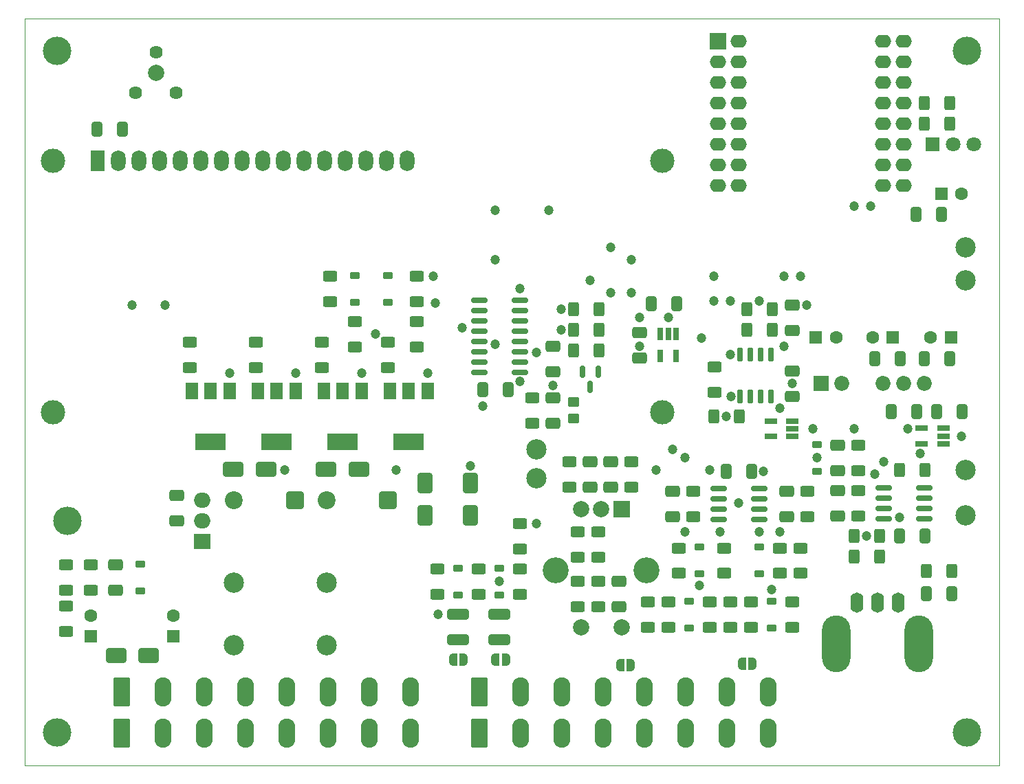
<source format=gbr>
%TF.GenerationSoftware,KiCad,Pcbnew,7.0.7*%
%TF.CreationDate,2023-11-21T19:35:23-10:00*%
%TF.ProjectId,Controller,436f6e74-726f-46c6-9c65-722e6b696361,New*%
%TF.SameCoordinates,Original*%
%TF.FileFunction,Soldermask,Bot*%
%TF.FilePolarity,Negative*%
%FSLAX46Y46*%
G04 Gerber Fmt 4.6, Leading zero omitted, Abs format (unit mm)*
G04 Created by KiCad (PCBNEW 7.0.7) date 2023-11-21 19:35:23*
%MOMM*%
%LPD*%
G01*
G04 APERTURE LIST*
G04 Aperture macros list*
%AMRoundRect*
0 Rectangle with rounded corners*
0 $1 Rounding radius*
0 $2 $3 $4 $5 $6 $7 $8 $9 X,Y pos of 4 corners*
0 Add a 4 corners polygon primitive as box body*
4,1,4,$2,$3,$4,$5,$6,$7,$8,$9,$2,$3,0*
0 Add four circle primitives for the rounded corners*
1,1,$1+$1,$2,$3*
1,1,$1+$1,$4,$5*
1,1,$1+$1,$6,$7*
1,1,$1+$1,$8,$9*
0 Add four rect primitives between the rounded corners*
20,1,$1+$1,$2,$3,$4,$5,0*
20,1,$1+$1,$4,$5,$6,$7,0*
20,1,$1+$1,$6,$7,$8,$9,0*
20,1,$1+$1,$8,$9,$2,$3,0*%
%AMFreePoly0*
4,1,19,0.500000,-0.750000,0.000000,-0.750000,0.000000,-0.744911,-0.071157,-0.744911,-0.207708,-0.704816,-0.327430,-0.627875,-0.420627,-0.520320,-0.479746,-0.390866,-0.500000,-0.250000,-0.500000,0.250000,-0.479746,0.390866,-0.420627,0.520320,-0.327430,0.627875,-0.207708,0.704816,-0.071157,0.744911,0.000000,0.744911,0.000000,0.750000,0.500000,0.750000,0.500000,-0.750000,0.500000,-0.750000,
$1*%
%AMFreePoly1*
4,1,19,0.000000,0.744911,0.071157,0.744911,0.207708,0.704816,0.327430,0.627875,0.420627,0.520320,0.479746,0.390866,0.500000,0.250000,0.500000,-0.250000,0.479746,-0.390866,0.420627,-0.520320,0.327430,-0.627875,0.207708,-0.704816,0.071157,-0.744911,0.000000,-0.744911,0.000000,-0.750000,-0.500000,-0.750000,-0.500000,0.750000,0.000000,0.750000,0.000000,0.744911,0.000000,0.744911,
$1*%
G04 Aperture macros list end*
%ADD10RoundRect,0.250000X-0.625000X0.400000X-0.625000X-0.400000X0.625000X-0.400000X0.625000X0.400000X0*%
%ADD11R,1.600000X1.600000*%
%ADD12C,1.600000*%
%ADD13C,1.800000*%
%ADD14R,1.800000X1.800000*%
%ADD15RoundRect,0.250000X0.400000X0.625000X-0.400000X0.625000X-0.400000X-0.625000X0.400000X-0.625000X0*%
%ADD16RoundRect,0.250000X-0.400000X-0.625000X0.400000X-0.625000X0.400000X0.625000X-0.400000X0.625000X0*%
%ADD17C,2.500000*%
%ADD18RoundRect,0.150000X-0.825000X-0.150000X0.825000X-0.150000X0.825000X0.150000X-0.825000X0.150000X0*%
%ADD19RoundRect,0.150000X-0.150000X0.587500X-0.150000X-0.587500X0.150000X-0.587500X0.150000X0.587500X0*%
%ADD20RoundRect,0.250000X0.650000X-0.412500X0.650000X0.412500X-0.650000X0.412500X-0.650000X-0.412500X0*%
%ADD21RoundRect,0.341000X-0.759000X0.759000X-0.759000X-0.759000X0.759000X-0.759000X0.759000X0.759000X0*%
%ADD22C,2.200000*%
%ADD23C,3.500000*%
%ADD24O,3.500000X3.500000*%
%ADD25R,2.000000X1.905000*%
%ADD26O,2.000000X1.905000*%
%ADD27O,1.600000X2.500000*%
%ADD28O,3.500000X7.000000*%
%ADD29RoundRect,0.249997X-0.790003X-1.550003X0.790003X-1.550003X0.790003X1.550003X-0.790003X1.550003X0*%
%ADD30O,2.080000X3.600000*%
%ADD31C,3.000000*%
%ADD32R,1.800000X2.600000*%
%ADD33O,1.800000X2.600000*%
%ADD34R,1.850000X1.850000*%
%ADD35C,1.850000*%
%ADD36R,2.000000X2.000000*%
%ADD37O,2.000000X1.600000*%
%ADD38C,2.000000*%
%ADD39C,3.200000*%
%ADD40C,1.620000*%
%ADD41RoundRect,0.250000X0.625000X-0.400000X0.625000X0.400000X-0.625000X0.400000X-0.625000X-0.400000X0*%
%ADD42RoundRect,0.250000X-0.650000X0.412500X-0.650000X-0.412500X0.650000X-0.412500X0.650000X0.412500X0*%
%ADD43R,1.500000X2.000000*%
%ADD44R,3.800000X2.000000*%
%ADD45RoundRect,0.250000X0.412500X0.650000X-0.412500X0.650000X-0.412500X-0.650000X0.412500X-0.650000X0*%
%ADD46RoundRect,0.250000X1.000000X0.650000X-1.000000X0.650000X-1.000000X-0.650000X1.000000X-0.650000X0*%
%ADD47RoundRect,0.250000X-1.000000X-0.650000X1.000000X-0.650000X1.000000X0.650000X-1.000000X0.650000X0*%
%ADD48RoundRect,0.250000X0.650000X-1.000000X0.650000X1.000000X-0.650000X1.000000X-0.650000X-1.000000X0*%
%ADD49RoundRect,0.225000X-0.375000X0.225000X-0.375000X-0.225000X0.375000X-0.225000X0.375000X0.225000X0*%
%ADD50RoundRect,0.225000X0.375000X-0.225000X0.375000X0.225000X-0.375000X0.225000X-0.375000X-0.225000X0*%
%ADD51RoundRect,0.250000X-1.075000X0.400000X-1.075000X-0.400000X1.075000X-0.400000X1.075000X0.400000X0*%
%ADD52FreePoly0,180.000000*%
%ADD53FreePoly1,180.000000*%
%ADD54RoundRect,0.250000X-0.412500X-0.650000X0.412500X-0.650000X0.412500X0.650000X-0.412500X0.650000X0*%
%ADD55RoundRect,0.150000X0.825000X0.150000X-0.825000X0.150000X-0.825000X-0.150000X0.825000X-0.150000X0*%
%ADD56R,1.560000X0.650000*%
%ADD57RoundRect,0.150000X0.150000X-0.725000X0.150000X0.725000X-0.150000X0.725000X-0.150000X-0.725000X0*%
%ADD58R,0.650000X1.560000*%
%ADD59RoundRect,0.250000X0.450000X-0.350000X0.450000X0.350000X-0.450000X0.350000X-0.450000X-0.350000X0*%
%ADD60C,1.200000*%
%TA.AperFunction,Profile*%
%ADD61C,0.050000*%
%TD*%
G04 APERTURE END LIST*
D10*
%TO.C,R13*%
X128524000Y-127482000D03*
X128524000Y-130582000D03*
%TD*%
D11*
%TO.C,C3*%
X154472000Y-77216000D03*
D12*
X156972000Y-77216000D03*
%TD*%
D13*
%TO.C,D16*%
X158496000Y-71120000D03*
X155956000Y-71120000D03*
D14*
X153416000Y-71120000D03*
%TD*%
D15*
%TO.C,R53*%
X155474000Y-66040000D03*
X152374000Y-66040000D03*
%TD*%
D16*
%TO.C,R52*%
X152374000Y-68580000D03*
X155474000Y-68580000D03*
%TD*%
D17*
%TO.C,TP2*%
X157480000Y-116840000D03*
%TD*%
D18*
%TO.C,U10*%
X97601000Y-99187000D03*
X97601000Y-97917000D03*
X97601000Y-96647000D03*
X97601000Y-95377000D03*
X97601000Y-94107000D03*
X97601000Y-92837000D03*
X97601000Y-91567000D03*
X97601000Y-90297000D03*
X102551000Y-90297000D03*
X102551000Y-91567000D03*
X102551000Y-92837000D03*
X102551000Y-94107000D03*
X102551000Y-95377000D03*
X102551000Y-96647000D03*
X102551000Y-97917000D03*
X102551000Y-99187000D03*
%TD*%
D19*
%TO.C,U9*%
X110302000Y-99138500D03*
X112202000Y-99138500D03*
X111252000Y-101013500D03*
%TD*%
D16*
%TO.C,R26*%
X109194000Y-91440000D03*
X112294000Y-91440000D03*
%TD*%
%TO.C,R28*%
X112294000Y-93980000D03*
X109194000Y-93980000D03*
%TD*%
D15*
%TO.C,R27*%
X112294000Y-96520000D03*
X109194000Y-96520000D03*
%TD*%
D20*
%TO.C,C23*%
X106680000Y-99098500D03*
X106680000Y-95973500D03*
%TD*%
D17*
%TO.C,TP4*%
X104648000Y-108712000D03*
%TD*%
%TO.C,TP1*%
X157480000Y-87884000D03*
%TD*%
%TO.C,TP3*%
X157480000Y-111252000D03*
%TD*%
%TO.C,TP5*%
X104648000Y-112268000D03*
%TD*%
%TO.C,TP0*%
X157480000Y-83820000D03*
%TD*%
D21*
%TO.C,K1*%
X74930000Y-114935000D03*
D17*
X67330000Y-125135000D03*
X67330000Y-132835000D03*
D22*
X67330000Y-114935000D03*
%TD*%
D21*
%TO.C,K2*%
X86360000Y-114935000D03*
D17*
X78760000Y-125135000D03*
X78760000Y-132835000D03*
D22*
X78760000Y-114935000D03*
%TD*%
D23*
%TO.C,H4*%
X45600000Y-143600000D03*
%TD*%
%TO.C,H3*%
X157600000Y-143600000D03*
%TD*%
%TO.C,H1*%
X45600000Y-59600000D03*
%TD*%
%TO.C,H2*%
X157600000Y-59600000D03*
%TD*%
D24*
%TO.C,U2*%
X46840000Y-117475000D03*
D25*
X63500000Y-120015000D03*
D26*
X63500000Y-117475000D03*
X63500000Y-114935000D03*
%TD*%
D27*
%TO.C,J3*%
X146600000Y-127600000D03*
D28*
X151680000Y-132680000D03*
D27*
X149140000Y-127600000D03*
X144060000Y-127600000D03*
D28*
X141520000Y-132680000D03*
%TD*%
D29*
%TO.C,J1*%
X53600000Y-138600000D03*
X53600000Y-143680000D03*
D30*
X58680000Y-138600000D03*
X58680000Y-143680000D03*
X63760000Y-138600000D03*
X63760000Y-143680000D03*
X68840000Y-138600000D03*
X68840000Y-143680000D03*
X73920000Y-138600000D03*
X73920000Y-143680000D03*
X79000000Y-138600000D03*
X79000000Y-143680000D03*
X84080000Y-138600000D03*
X84080000Y-143680000D03*
X89160000Y-138600000D03*
X89160000Y-143680000D03*
%TD*%
D29*
%TO.C,J2*%
X97600000Y-138600000D03*
X97600000Y-143680000D03*
D30*
X102680000Y-138600000D03*
X102680000Y-143680000D03*
X107760000Y-138600000D03*
X107760000Y-143680000D03*
X112840000Y-138600000D03*
X112840000Y-143680000D03*
X117920000Y-138600000D03*
X117920000Y-143680000D03*
X123000000Y-138600000D03*
X123000000Y-143680000D03*
X128080000Y-138600000D03*
X128080000Y-143680000D03*
X133160000Y-138600000D03*
X133160000Y-143680000D03*
%TD*%
D31*
%TO.C,DS1*%
X45100900Y-73100000D03*
X45100900Y-104100700D03*
X120099480Y-104100700D03*
X120100000Y-73100000D03*
D32*
X50600000Y-73100000D03*
D33*
X53140000Y-73100000D03*
X55680000Y-73100000D03*
X58220000Y-73100000D03*
X60760000Y-73100000D03*
X63300000Y-73100000D03*
X65840000Y-73100000D03*
X68380000Y-73100000D03*
X70920000Y-73100000D03*
X73460000Y-73100000D03*
X76000000Y-73100000D03*
X78540000Y-73100000D03*
X81080000Y-73100000D03*
X83620000Y-73100000D03*
X86160000Y-73100000D03*
X88700000Y-73100000D03*
%TD*%
D11*
%TO.C,C8*%
X155637113Y-94867000D03*
D12*
X153137113Y-94867000D03*
%TD*%
D11*
%TO.C,C2*%
X49784000Y-131708651D03*
D12*
X49784000Y-129208651D03*
%TD*%
D34*
%TO.C,PS1*%
X139700000Y-100584000D03*
D35*
X142240000Y-100584000D03*
X147320000Y-100584000D03*
X149860000Y-100584000D03*
X152400000Y-100584000D03*
%TD*%
D11*
%TO.C,C7*%
X139025621Y-94867000D03*
D12*
X141525621Y-94867000D03*
%TD*%
D11*
%TO.C,C9*%
X148502380Y-94867000D03*
D12*
X146002380Y-94867000D03*
%TD*%
D11*
%TO.C,C1*%
X59944000Y-131708651D03*
D12*
X59944000Y-129208651D03*
%TD*%
D36*
%TO.C,U1*%
X127000000Y-58420000D03*
D37*
X127000000Y-60960000D03*
X127000000Y-63500000D03*
X127000000Y-66040000D03*
X127000000Y-68580000D03*
X127000000Y-71120000D03*
X127000000Y-73660000D03*
X127000000Y-76200000D03*
X149860000Y-76200000D03*
X149860000Y-73660000D03*
X149860000Y-71120000D03*
X149860000Y-68580000D03*
X149860000Y-66040000D03*
X149860000Y-63500000D03*
X149860000Y-60960000D03*
X149860000Y-58420000D03*
X129540000Y-58420000D03*
X129540000Y-60960000D03*
X129540000Y-63500000D03*
X129540000Y-66040000D03*
X129540000Y-68580000D03*
X129540000Y-71120000D03*
X129540000Y-73660000D03*
X129540000Y-76200000D03*
X147320000Y-76200000D03*
X147320000Y-73660000D03*
X147320000Y-71120000D03*
X147320000Y-68580000D03*
X147320000Y-66040000D03*
X147320000Y-63500000D03*
X147320000Y-60960000D03*
X147320000Y-58420000D03*
%TD*%
D38*
%TO.C,S1*%
X115100000Y-130600000D03*
X110100000Y-130600000D03*
D39*
X107000000Y-123600000D03*
X118200000Y-123600000D03*
D38*
X112600000Y-116100000D03*
X110100000Y-116100000D03*
D36*
X115100000Y-116100000D03*
%TD*%
D38*
%TO.C,R51*%
X57785000Y-62270000D03*
D40*
X60285000Y-64770000D03*
X57785000Y-59770000D03*
X55285000Y-64770000D03*
%TD*%
D41*
%TO.C,R47*%
X109728000Y-128042000D03*
X109728000Y-124942000D03*
%TD*%
D42*
%TO.C,C29*%
X111252000Y-110197500D03*
X111252000Y-113322500D03*
%TD*%
%TO.C,C30*%
X113792000Y-110197500D03*
X113792000Y-113322500D03*
%TD*%
%TO.C,C31*%
X114808000Y-124929500D03*
X114808000Y-128054500D03*
%TD*%
D10*
%TO.C,R48*%
X116332000Y-110210000D03*
X116332000Y-113310000D03*
%TD*%
%TO.C,R49*%
X108712000Y-110210000D03*
X108712000Y-113310000D03*
%TD*%
D41*
%TO.C,R50*%
X112268000Y-128042000D03*
X112268000Y-124942000D03*
%TD*%
D43*
%TO.C,Q1*%
X62216000Y-101498000D03*
X64516000Y-101498000D03*
D44*
X64516000Y-107798000D03*
D43*
X66816000Y-101498000D03*
%TD*%
D45*
%TO.C,C5*%
X53632500Y-69215000D03*
X50507500Y-69215000D03*
%TD*%
D46*
%TO.C,D1*%
X56864000Y-134112000D03*
X52864000Y-134112000D03*
%TD*%
D42*
%TO.C,C4*%
X60325000Y-114350000D03*
X60325000Y-117475000D03*
%TD*%
D43*
%TO.C,Q3*%
X78472000Y-101498000D03*
X80772000Y-101498000D03*
D44*
X80772000Y-107798000D03*
D43*
X83072000Y-101498000D03*
%TD*%
D47*
%TO.C,D2*%
X67310000Y-111125000D03*
X71310000Y-111125000D03*
%TD*%
D48*
%TO.C,D4*%
X90932000Y-116808000D03*
X90932000Y-112808000D03*
%TD*%
D41*
%TO.C,R12*%
X122174000Y-120852000D03*
X122174000Y-123952000D03*
%TD*%
%TO.C,R18*%
X127762000Y-123952000D03*
X127762000Y-120852000D03*
%TD*%
%TO.C,R17*%
X118364000Y-130582000D03*
X118364000Y-127482000D03*
%TD*%
D49*
%TO.C,D8*%
X94996000Y-123344000D03*
X94996000Y-126644000D03*
%TD*%
D50*
%TO.C,D11*%
X123444000Y-130682000D03*
X123444000Y-127382000D03*
%TD*%
D49*
%TO.C,D10*%
X124714000Y-124052000D03*
X124714000Y-120752000D03*
%TD*%
D41*
%TO.C,R22*%
X138010500Y-116993000D03*
X138010500Y-113893000D03*
%TD*%
D10*
%TO.C,R33*%
X70104000Y-95478000D03*
X70104000Y-98578000D03*
%TD*%
D42*
%TO.C,C28*%
X135470500Y-113880500D03*
X135470500Y-117005500D03*
%TD*%
D10*
%TO.C,R34*%
X61976000Y-95478000D03*
X61976000Y-98578000D03*
%TD*%
%TO.C,R11*%
X120904000Y-127482000D03*
X120904000Y-130582000D03*
%TD*%
%TO.C,R45*%
X109728000Y-118846000D03*
X109728000Y-121946000D03*
%TD*%
%TO.C,R46*%
X112268000Y-118846000D03*
X112268000Y-121946000D03*
%TD*%
D41*
%TO.C,R39*%
X92456000Y-126544000D03*
X92456000Y-123444000D03*
%TD*%
D10*
%TO.C,R35*%
X97536000Y-123444000D03*
X97536000Y-126544000D03*
%TD*%
D49*
%TO.C,D9*%
X100076000Y-123344000D03*
X100076000Y-126644000D03*
%TD*%
D51*
%TO.C,R43*%
X94996000Y-129006000D03*
X94996000Y-132106000D03*
%TD*%
D41*
%TO.C,R15*%
X125984000Y-130582000D03*
X125984000Y-127482000D03*
%TD*%
D43*
%TO.C,Q4*%
X86600000Y-101498000D03*
X88900000Y-101498000D03*
D44*
X88900000Y-107798000D03*
D43*
X91200000Y-101498000D03*
%TD*%
D48*
%TO.C,D5*%
X96520000Y-116808000D03*
X96520000Y-112808000D03*
%TD*%
D42*
%TO.C,C10*%
X52832000Y-122897500D03*
X52832000Y-126022500D03*
%TD*%
D52*
%TO.C,JP3*%
X116220000Y-135255000D03*
D53*
X114920000Y-135255000D03*
%TD*%
D10*
%TO.C,R36*%
X102616000Y-123444000D03*
X102616000Y-126544000D03*
%TD*%
D52*
%TO.C,JP1*%
X95646000Y-134620000D03*
D53*
X94346000Y-134620000D03*
%TD*%
D52*
%TO.C,JP2*%
X100868000Y-134620000D03*
D53*
X99568000Y-134620000D03*
%TD*%
D43*
%TO.C,Q2*%
X70344000Y-101498000D03*
X72644000Y-101498000D03*
D44*
X72644000Y-107798000D03*
D43*
X74944000Y-101498000D03*
%TD*%
D41*
%TO.C,R25*%
X49784000Y-126010000D03*
X49784000Y-122910000D03*
%TD*%
D10*
%TO.C,R23*%
X46736000Y-127990000D03*
X46736000Y-131090000D03*
%TD*%
%TO.C,R24*%
X46736000Y-122910000D03*
X46736000Y-126010000D03*
%TD*%
D49*
%TO.C,D15*%
X55880000Y-122810000D03*
X55880000Y-126110000D03*
%TD*%
D51*
%TO.C,R44*%
X100076000Y-129006000D03*
X100076000Y-132106000D03*
%TD*%
D50*
%TO.C,D12*%
X132080000Y-124052000D03*
X132080000Y-120752000D03*
%TD*%
D47*
%TO.C,D3*%
X78740000Y-111125000D03*
X82740000Y-111125000D03*
%TD*%
D10*
%TO.C,R40*%
X102616000Y-117830000D03*
X102616000Y-120930000D03*
%TD*%
D20*
%TO.C,C12*%
X117282000Y-97400500D03*
X117282000Y-94275500D03*
%TD*%
D42*
%TO.C,C27*%
X121412000Y-113880500D03*
X121412000Y-117005500D03*
%TD*%
D54*
%TO.C,C6*%
X151345500Y-79756000D03*
X154470500Y-79756000D03*
%TD*%
D55*
%TO.C,U5*%
X152335000Y-113411000D03*
X152335000Y-114681000D03*
X152335000Y-115951000D03*
X152335000Y-117221000D03*
X147385000Y-117221000D03*
X147385000Y-115951000D03*
X147385000Y-114681000D03*
X147385000Y-113411000D03*
%TD*%
D41*
%TO.C,R19*%
X131064000Y-130582000D03*
X131064000Y-127482000D03*
%TD*%
D45*
%TO.C,C14*%
X149390500Y-97536000D03*
X146265500Y-97536000D03*
%TD*%
D10*
%TO.C,R38*%
X89916000Y-92938000D03*
X89916000Y-96038000D03*
%TD*%
D41*
%TO.C,R5*%
X144272000Y-116866000D03*
X144272000Y-113766000D03*
%TD*%
D45*
%TO.C,C16*%
X151461000Y-104011000D03*
X148336000Y-104011000D03*
%TD*%
D41*
%TO.C,R16*%
X136144000Y-130582000D03*
X136144000Y-127482000D03*
%TD*%
D45*
%TO.C,C19*%
X155740500Y-126492000D03*
X152615500Y-126492000D03*
%TD*%
D41*
%TO.C,R21*%
X123952000Y-116993000D03*
X123952000Y-113893000D03*
%TD*%
D10*
%TO.C,R42*%
X89916000Y-87350000D03*
X89916000Y-90450000D03*
%TD*%
D56*
%TO.C,U4*%
X154766000Y-106109000D03*
X154766000Y-107059000D03*
X154766000Y-108009000D03*
X152066000Y-108009000D03*
X152066000Y-106109000D03*
%TD*%
D52*
%TO.C,JP4*%
X131206000Y-135128000D03*
D53*
X129906000Y-135128000D03*
%TD*%
D41*
%TO.C,R29*%
X104140000Y-105436000D03*
X104140000Y-102336000D03*
%TD*%
D10*
%TO.C,R31*%
X78232000Y-95478000D03*
X78232000Y-98578000D03*
%TD*%
D45*
%TO.C,C25*%
X101130500Y-101346000D03*
X98005500Y-101346000D03*
%TD*%
D15*
%TO.C,R10*%
X133630000Y-93980000D03*
X130530000Y-93980000D03*
%TD*%
D55*
%TO.C,U8*%
X132015000Y-113538000D03*
X132015000Y-114808000D03*
X132015000Y-116078000D03*
X132015000Y-117348000D03*
X127065000Y-117348000D03*
X127065000Y-116078000D03*
X127065000Y-114808000D03*
X127065000Y-113538000D03*
%TD*%
D16*
%TO.C,R2*%
X149326000Y-111252000D03*
X152426000Y-111252000D03*
%TD*%
%TO.C,R3*%
X143738000Y-119380000D03*
X146838000Y-119380000D03*
%TD*%
D50*
%TO.C,D7*%
X86360000Y-90550000D03*
X86360000Y-87250000D03*
%TD*%
%TO.C,D6*%
X82296000Y-90550000D03*
X82296000Y-87250000D03*
%TD*%
D45*
%TO.C,C13*%
X155486500Y-97536000D03*
X152361500Y-97536000D03*
%TD*%
D10*
%TO.C,R37*%
X82296000Y-92938000D03*
X82296000Y-96038000D03*
%TD*%
D15*
%TO.C,R1*%
X155728000Y-123698000D03*
X152628000Y-123698000D03*
%TD*%
D50*
%TO.C,D13*%
X133604000Y-130682000D03*
X133604000Y-127382000D03*
%TD*%
D41*
%TO.C,R20*%
X137160000Y-123952000D03*
X137160000Y-120852000D03*
%TD*%
D15*
%TO.C,R9*%
X133630000Y-91440000D03*
X130530000Y-91440000D03*
%TD*%
D10*
%TO.C,R41*%
X79248000Y-87350000D03*
X79248000Y-90450000D03*
%TD*%
D57*
%TO.C,U7*%
X133477000Y-102143000D03*
X132207000Y-102143000D03*
X130937000Y-102143000D03*
X129667000Y-102143000D03*
X129667000Y-96993000D03*
X130937000Y-96993000D03*
X132207000Y-96993000D03*
X133477000Y-96993000D03*
%TD*%
D58*
%TO.C,U3*%
X119888000Y-94488000D03*
X120838000Y-94488000D03*
X121788000Y-94488000D03*
X121788000Y-97188000D03*
X119888000Y-97188000D03*
%TD*%
D42*
%TO.C,C21*%
X141732000Y-108165500D03*
X141732000Y-111290500D03*
%TD*%
D54*
%TO.C,C18*%
X149313500Y-119380000D03*
X152438500Y-119380000D03*
%TD*%
D20*
%TO.C,C17*%
X136144000Y-102146500D03*
X136144000Y-99021500D03*
%TD*%
D41*
%TO.C,R7*%
X126544000Y-101626000D03*
X126544000Y-98526000D03*
%TD*%
D20*
%TO.C,C22*%
X136144000Y-94018500D03*
X136144000Y-90893500D03*
%TD*%
D54*
%TO.C,C11*%
X118767500Y-90758000D03*
X121892500Y-90758000D03*
%TD*%
D59*
%TO.C,R30*%
X109220000Y-104886000D03*
X109220000Y-102886000D03*
%TD*%
D10*
%TO.C,R6*%
X144272000Y-108178000D03*
X144272000Y-111278000D03*
%TD*%
D20*
%TO.C,C24*%
X106680000Y-105448500D03*
X106680000Y-102323500D03*
%TD*%
D49*
%TO.C,D14*%
X139192000Y-108078000D03*
X139192000Y-111378000D03*
%TD*%
D10*
%TO.C,R14*%
X134620000Y-120852000D03*
X134620000Y-123952000D03*
%TD*%
D16*
%TO.C,R8*%
X126492000Y-104648000D03*
X129592000Y-104648000D03*
%TD*%
D56*
%TO.C,U6*%
X136144000Y-105222000D03*
X136144000Y-106172000D03*
X136144000Y-107122000D03*
X133444000Y-107122000D03*
X133444000Y-105222000D03*
%TD*%
D54*
%TO.C,C26*%
X127977500Y-111379000D03*
X131102500Y-111379000D03*
%TD*%
D10*
%TO.C,R32*%
X86360000Y-95478000D03*
X86360000Y-98578000D03*
%TD*%
D15*
%TO.C,R4*%
X146838000Y-121920000D03*
X143738000Y-121920000D03*
%TD*%
D42*
%TO.C,C20*%
X141732000Y-113753500D03*
X141732000Y-116878500D03*
%TD*%
D54*
%TO.C,C15*%
X153924000Y-104011000D03*
X157049000Y-104011000D03*
%TD*%
D60*
X145796000Y-78740000D03*
X143764000Y-78740000D03*
X107696000Y-91440000D03*
X107696000Y-93980000D03*
X99568000Y-95758000D03*
X95504000Y-93726000D03*
X106680000Y-100838000D03*
X104648000Y-96774000D03*
X98044000Y-103378000D03*
X99568000Y-85344000D03*
X138684000Y-106172000D03*
X136144000Y-100584000D03*
X128559000Y-102143000D03*
X156972000Y-107059000D03*
X139192000Y-109728000D03*
X120838000Y-92456000D03*
X91948000Y-87376000D03*
X128524000Y-97028000D03*
X133604000Y-125984000D03*
X87376000Y-111252000D03*
X132588000Y-111379000D03*
X73660000Y-111252000D03*
X102616000Y-88900000D03*
X74944000Y-99300000D03*
X104648000Y-117856000D03*
X117348000Y-92456000D03*
X92482000Y-129006000D03*
X137922000Y-90932000D03*
X66816000Y-99328000D03*
X132080000Y-118872000D03*
X83072000Y-99300000D03*
X100076000Y-124968000D03*
X91200000Y-99300000D03*
X124714000Y-125476000D03*
X96520000Y-110744000D03*
X147392500Y-110236000D03*
X151892000Y-109220000D03*
X149352000Y-117094000D03*
X111252000Y-87884000D03*
X106172000Y-79248000D03*
X134620000Y-118872000D03*
X125984000Y-111252000D03*
X117348000Y-96012000D03*
X129540000Y-115316000D03*
X135128000Y-96012000D03*
X119307500Y-111252000D03*
X102616000Y-100330000D03*
X124968000Y-94996000D03*
X146304000Y-111760000D03*
X143764000Y-106172000D03*
X145288000Y-119380000D03*
X128016000Y-104648000D03*
X150368000Y-106172000D03*
X134620000Y-103632000D03*
X121412000Y-108712000D03*
X122936000Y-109728000D03*
X113792000Y-83820000D03*
X113792000Y-89408000D03*
X116332000Y-85344000D03*
X116332000Y-89408000D03*
X126492000Y-90424000D03*
X126492000Y-87376000D03*
X84836000Y-94488000D03*
X92202000Y-90678000D03*
X54864000Y-90932000D03*
X58928000Y-90932000D03*
X99568000Y-79248000D03*
X137160000Y-87376000D03*
X132080000Y-90424000D03*
X127254000Y-118872000D03*
X122936000Y-118872000D03*
X135128000Y-87376000D03*
X128524000Y-90424000D03*
D61*
X161600000Y-147600000D02*
X41600000Y-147600000D01*
X41600000Y-147600000D02*
X41600000Y-55600000D01*
X41600000Y-55600000D02*
X161600000Y-55600000D01*
X161600000Y-55600000D02*
X161600000Y-147600000D01*
M02*

</source>
